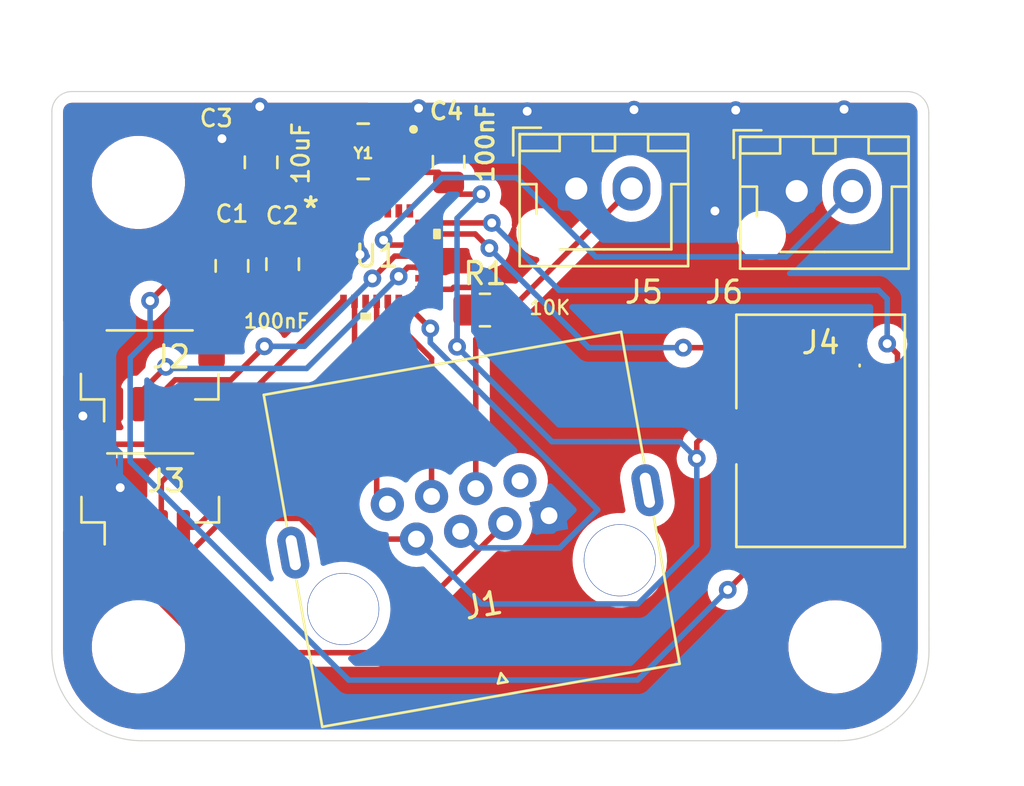
<source format=kicad_pcb>
(kicad_pcb (version 20211014) (generator pcbnew)
  (layers (0 "F.Cu" signal) (31 "B.Cu" signal) (34 "B.Paste" user) (35 "F.Paste" user) (36 "B.SilkS" user "B.Silkscreen") (37 "F.SilkS" user "F.Silkscreen") (38 "B.Mask" user) (39 "F.Mask" user) (44 "Edge.Cuts" user))
  (net 0 "")
  (net 1 "GND")
  (net 2 "+5V")
  (net 3 "+3V3")
  (net 4 "Other")
  (net 5 "JoyY")
  (net 6 "JoyX")
  (net 7 "Sound2")
  (net 8 "Sound1")
  (net 9 "AltReverseSwitch")
  (net 10 "DriveButton")
  (net 11 "ReverseSwitch")
  (net 13 "SDA")
  (net 14 "SCL")
  (net 15 "SensorSin")
  (net 16 "SensorCos")
  (net 17 "/RESET")
  (net 18 "SWDIO")
  (net 19 "SWCLK")
  (net 23 "OscillatorIn")
  (footprint "Capacitor_SMD:C_0805_2012Metric" (layer "F.Cu") (at 140.72974 93.27322 -90)
    (fp_text reference "C1" (at -2.35322 -0.00026 180) (layer "F.SilkS") (effects (font (size 0.762 0.762) (thickness 0.127))))
    (fp_text value "100nF" (at 2.49678 -2.01026) (layer "F.SilkS") (effects (font (size 0.635 0.635) (thickness 0.1143))))
    (fp_line (start -0.261252 -0.735) (end 0.261252 -0.735) (layer "F.SilkS") (width 0.12))
    (fp_line (start -0.261252 0.735) (end 0.261252 0.735) (layer "F.SilkS") (width 0.12))
    (pad "1" smd roundrect locked (at -0.95 0 270) (size 1 1.45) (layers "F.Cu" "F.Paste" "F.Mask") (net 17 "/RESET"))
    (pad "2" smd roundrect locked (at 0.95 0 270) (size 1 1.45) (layers "F.Cu" "F.Paste" "F.Mask") (net 1 "GND"))
  )
  (footprint "Capacitor_SMD:C_0805_2012Metric" (layer "F.Cu") (at 143.02336 93.19448 -90)
    (fp_text reference "C2" (at -2.19456 0.02032) (layer "F.SilkS") (effects (font (size 0.762 0.762) (thickness 0.127))))
    (fp_text value "100nF")
    (fp_line (start -0.261252 0.735) (end 0.261252 0.735) (layer "F.SilkS") (width 0.12))
    (fp_line (start -0.261252 -0.735) (end 0.261252 -0.735) (layer "F.SilkS") (width 0.12))
    (pad "1" smd roundrect locked (at -0.95 0 270) (size 1 1.45) (layers "F.Cu" "F.Paste" "F.Mask") (net 3 "+3V3"))
    (pad "2" smd roundrect locked (at 0.95 0 270) (size 1 1.45) (layers "F.Cu" "F.Paste" "F.Mask") (net 1 "GND"))
  )
  (footprint "Capacitor_SMD:C_0805_2012Metric" (layer "F.Cu") (at 142.048 88.58946 90)
    (fp_text reference "C3" (at 1.98946 -2.028) (layer "F.SilkS") (effects (font (size 0.762 0.762) (thickness 0.127))))
    (fp_text value "10uF" (at 0.40946 1.792 90) (layer "F.SilkS") (effects (font (size 0.762 0.762) (thickness 0.127))))
    (fp_line (start -0.261252 -0.735) (end 0.261252 -0.735) (layer "F.SilkS") (width 0.12))
    (fp_line (start -0.261252 0.735) (end 0.261252 0.735) (layer "F.SilkS") (width 0.12))
    (pad "1" smd roundrect locked (at -0.95 0 90) (size 1 1.45) (layers "F.Cu" "F.Paste" "F.Mask") (net 3 "+3V3"))
    (pad "2" smd roundrect locked (at 0.95 0 90) (size 1 1.45) (layers "F.Cu" "F.Paste" "F.Mask") (net 1 "GND"))
  )
  (footprint "Connector_JST:JST_SH_BM04B-SRSS-TB_1x04-1MP_P1.00mm_Vertical" (layer "F.Cu") (at 137.01 98.2)
    (fp_text reference "J2" (at 0.97028 -0.81026) (layer "F.SilkS"))
    (fp_text value "Conn_01x04_Male")
    (fp_line (start -3.11 -0.04) (end -3.11 1.11) (layer "F.SilkS") (width 0.12))
    (fp_line (start 3.11 1.11) (end 2.06 1.11) (layer "F.SilkS") (width 0.12))
    (fp_line (start -1.94 -2.01) (end 1.94 -2.01) (layer "F.SilkS") (width 0.12))
    (fp_line (start -2.06 1.11) (end -2.06 2.1) (layer "F.SilkS") (width 0.12))
    (fp_line (start -3.11 1.11) (end -2.06 1.11) (layer "F.SilkS") (width 0.12))
    (fp_line (start 3.11 -0.04) (end 3.11 1.11) (layer "F.SilkS") (width 0.12))
    (pad "1" smd roundrect locked (at -1.5 1.325) (size 0.6 1.55) (layers "F.Cu" "F.Paste" "F.Mask") (net 1 "GND"))
    (pad "2" smd roundrect locked (at -0.5 1.325) (size 0.6 1.55) (layers "F.Cu" "F.Paste" "F.Mask") (net 10 "DriveButton"))
    (pad "3" smd roundrect locked (at 0.5 1.325) (size 0.6 1.55) (layers "F.Cu" "F.Paste" "F.Mask") (net 9 "AltReverseSwitch"))
    (pad "4" smd roundrect locked (at 1.5 1.325) (size 0.6 1.55) (layers "F.Cu" "F.Paste" "F.Mask") (net 8 "Sound1"))
    (pad "MP" smd roundrect locked (at 2.8 -1.2) (size 1.2 1.8) (layers "F.Cu" "F.Paste" "F.Mask") (roundrect_rratio 0.2083325))
    (pad "MP" smd roundrect locked (at -2.8 -1.2) (size 1.2 1.8) (layers "F.Cu" "F.Paste" "F.Mask") (roundrect_rratio 0.2083325))
  )
  (footprint "Connector_JST:JST_SH_BM04B-SRSS-TB_1x04-1MP_P1.00mm_Vertical" (layer "F.Cu") (at 137.0354 103.7626)
    (fp_text reference "J3" (at 0.73152 -0.77216) (layer "F.SilkS"))
    (fp_text value "Conn_01x04_Male")
    (fp_line (start -3.11 1.11) (end -2.06 1.11) (layer "F.SilkS") (width 0.12))
    (fp_line (start -1.94 -2.01) (end 1.94 -2.01) (layer "F.SilkS") (width 0.12))
    (fp_line (start -2.06 1.11) (end -2.06 2.1) (layer "F.SilkS") (width 0.12))
    (fp_line (start 3.11 -0.04) (end 3.11 1.11) (layer "F.SilkS") (width 0.12))
    (fp_line (start 3.11 1.11) (end 2.06 1.11) (layer "F.SilkS") (width 0.12))
    (fp_line (start -3.11 -0.04) (end -3.11 1.11) (layer "F.SilkS") (width 0.12))
    (pad "1" smd roundrect locked (at -1.5 1.325) (size 0.6 1.55) (layers "F.Cu" "F.Paste" "F.Mask") (net 1 "GND"))
    (pad "2" smd roundrect locked (at -0.5 1.325) (size 0.6 1.55) (layers "F.Cu" "F.Paste" "F.Mask") (net 3 "+3V3"))
    (pad "3" smd roundrect locked (at 0.5 1.325) (size 0.6 1.55) (layers "F.Cu" "F.Paste" "F.Mask") (net 15 "SensorSin"))
    (pad "4" smd roundrect locked (at 1.5 1.325) (size 0.6 1.55) (layers "F.Cu" "F.Paste" "F.Mask") (net 16 "SensorCos"))
    (pad "MP" smd roundrect locked (at -2.8 -1.2) (size 1.2 1.8) (layers "F.Cu" "F.Paste" "F.Mask") (roundrect_rratio 0.2083325))
    (pad "MP" smd roundrect locked (at 2.8 -1.2) (size 1.2 1.8) (layers "F.Cu" "F.Paste" "F.Mask") (roundrect_rratio 0.2083325))
  )
  (footprint "Useful Modifications:RJ45_x08_Tab_Up" (layer "F.Cu") (at 151.97 108.77 10)
    (fp_text reference "J1" (at 0.1524 -0.13208 10) (layer "F.SilkS"))
    (fp_text value "8P8C")
    (fp_line (start -7.97306 -2.71018) (end -7.97494 4.02082) (layer "F.SilkS") (width 0.12))
    (fp_line (start -7.97494 -11.21918) (end -7.97494 -5.207) (layer "F.SilkS") (width 0.12))
    (fp_line (start 8.43506 -11.21918) (end 8.43506 -5.207) (layer "F.SilkS") (width 0.12))
    (fp_line (start -7.97494 -11.21918) (end 8.43506 -11.21918) (layer "F.SilkS") (width 0.12))
    (fp_line (start 0.40132 3.03784) (end 0.18796 3.46964) (layer "F.SilkS") (width 0.12))
    (fp_line (start 8.43694 -2.71018) (end 8.43506 4.02082) (layer "F.SilkS") (width 0.12))
    (fp_line (start 0.18796 3.46964) (end 0.62738 3.46964) (layer "F.SilkS") (width 0.12))
    (fp_line (start 0.62738 3.46964) (end 0.40132 3.03784) (layer "F.SilkS") (width 0.12))
    (fp_line (start -7.97494 4.02082) (end 8.43506 4.02082) (layer "F.SilkS") (width 0.12))
    (pad "" np_thru_hole circle locked (at 6.58168 -1.05918 190) (size 3.25 3.25) (drill 3.200001) (layers *.Cu *.Mask))
    (pad "" np_thru_hole circle locked (at -6.11832 -1.05918 190) (size 3.25 3.25) (drill 3.2) (layers *.Cu *.Mask))
    (pad "1" thru_hole rect locked (at 3.78098 -3.59918 10) (size 1.5 1.5) (drill 0.76) (layers *.Cu *.Mask) (net 1 "GND"))
    (pad "2" thru_hole circle locked (at 2.76098 -5.37918 10) (size 1.5 1.5) (drill 0.76) (layers *.Cu *.Mask) (net 2 "+5V"))
    (pad "3" thru_hole circle locked (at 1.75098 -3.59918 10) (size 1.5 1.5) (drill 0.76) (layers *.Cu *.Mask) (net 8 "Sound1"))
    (pad "4" thru_hole circle locked (at 0.73098 -5.37918 10) (size 1.5 1.5) (drill 0.76) (layers *.Cu *.Mask) (net 7 "Sound2"))
    (pad "5" thru_hole circle locked (at -0.27902 -3.59918 10) (size 1.5 1.5) (drill 0.76) (layers *.Cu *.Mask) (net 6 "JoyX"))
    (pad "6" thru_hole circle locked (at -1.29902 -5.37918 10) (size 1.5 1.5) (drill 0.76) (layers *.Cu *.Mask) (net 5 "JoyY"))
    (pad "7" thru_hole circle locked (at -2.30902 -3.59918 10) (size 1.5 1.5) (drill 0.76) (layers *.Cu *.Mask) (net 3 "+3V3"))
    (pad "8" thru_hole circle locked (at -3.32902 -5.37918 10) (size 1.5 1.5) (drill 0.76) (layers *.Cu *.Mask) (net 4 "Other"))
    (pad "9" thru_hole oval locked (at -7.89832 -3.96113 190) (size 1.259 2.362) (drill oval 0.5 1.6) (layers *.Cu *.Mask))
    (pad "10" thru_hole oval locked (at 8.36168 -3.96113 190) (size 1.259 2.362) (drill oval 0.5 1.6) (layers *.Cu *.Mask))
  )
  (footprint "Capacitor_SMD:C_0805_2012Metric" (layer "F.Cu") (at 150.52652 88.56406 -90)
    (fp_text reference "C4" (at -2.286 0.09652 180) (layer "F.SilkS") (effects (font (size 0.762 0.762))))
    (fp_text value "100nF" (at -0.84836 -1.66116 -90) (layer "F.SilkS") (effects (font (size 0.762 0.762))))
    (fp_line (start -0.258578 0.71) (end 0.258578 0.71) (layer "F.SilkS") (width 0.12))
    (fp_line (start -0.258578 -0.71) (end 0.258578 -0.71) (layer "F.SilkS") (width 0.12))
    (pad "1" smd roundrect locked (at -0.9375 0 270) (size 0.975 1.4) (layers "F.Cu" "F.Paste" "F.Mask") (net 1 "GND"))
    (pad "2" smd roundrect locked (at 0.9375 0 270) (size 0.975 1.4) (layers "F.Cu" "F.Paste" "F.Mask") (net 3 "+3V3"))
  )
  (footprint "Useful Modifications:OSC_ECS-3225MVQ-160-BP-TR" (layer "F.Cu") (at 146.66572 88.09162 180)
    (fp_text reference "Y1" (at -0.01016 -0.0889) (layer "F.SilkS") (effects (font (size 0.480527 0.480527))))
    (fp_text value "ECS-3225MVQ-160-BP-TR")
    (fp_line (start -0.25 -1.25) (end 0.25 -1.25) (layer "F.SilkS") (width 0.127))
    (fp_line (start -0.25 1.25) (end 0.25 1.25) (layer "F.SilkS") (width 0.127))
    (fp_circle (center -2.275 0.994) (end -2.175 0.994) (layer "F.SilkS") (width 0.2) (fill none))
    (pad "1" smd rect locked (at -1.15 0.95 180) (size 1.3 1.1) (layers "F.Cu" "F.Paste" "F.Mask"))
    (pad "2" smd rect locked (at 1.15 0.95 180) (size 1.3 1.1) (layers "F.Cu" "F.Paste" "F.Mask") (net 1 "GND"))
    (pad "3" smd rect locked (at 1.15 -0.95 180) (size 1.3 1.1) (layers "F.Cu" "F.Paste" "F.Mask") (net 23 "OscillatorIn"))
    (pad "4" smd rect locked (at -1.15 -0.95 180) (size 1.3 1.1) (layers "F.Cu" "F.Paste" "F.Mask") (net 3 "+3V3"))
  )
  (footprint "Useful Modifications:STM32G031G8U6" (layer "F.Cu") (at 147.27532 92.83126)
    (fp_text reference "U1" (at 0 0) (layer "F.SilkS"))
    (fp_text value "STM32G031F4Px")
    (fp_text user "*" (at -2.979674 -2.13233) (layer "F.SilkS"))
    (fp_text user "*" (at -2.979674 -2.13233) (layer "F.SilkS"))
    (fp_poly (pts (xy -0.69088 2.598674) (xy -0.69088 2.852674) (xy -0.30988 2.852674) (xy -0.30988 2.598674)) (layer "F.SilkS") (width 0.1) (fill solid))
    (fp_poly (pts (xy 2.852674 -1.19126) (xy 2.852674 -0.81026) (xy 2.598674 -0.81026) (xy 2.598674 -1.19126)) (layer "F.SilkS") (width 0.1) (fill solid))
    (pad "1" smd rect locked (at -2.0447 -1.50114 90) (size 0.299974 0.599948) (layers "F.Cu" "F.Paste" "F.Mask") (net 23 "OscillatorIn"))
    (pad "2" smd rect locked (at -2.0447 -1.00076 90) (size 0.299974 0.599948) (layers "F.Cu" "F.Paste" "F.Mask"))
    (pad "3" smd rect locked (at -2.0447 -0.50038 90) (size 0.299974 0.599948) (layers "F.Cu" "F.Paste" "F.Mask") (net 3 "+3V3"))
    (pad "4" smd rect locked (at -2.0447 0 90) (size 0.299974 0.599948) (layers "F.Cu" "F.Paste" "F.Mask") (net 1 "GND"))
    (pad "5" smd rect locked (at -2.0447 0.50038 90) (size 0.299974 0.599948) (layers "F.Cu" "F.Paste" "F.Mask") (net 17 "/RESET"))
    (pad "6" smd rect locked (at -2.0447 1.00076 90) (size 0.299974 0.599948) (layers "F.Cu" "F.Paste" "F.Mask"))
    (pad "7" smd rect locked (at -2.0447 1.50114 90) (size 0.299974 0.599948) (layers "F.Cu" "F.Paste" "F.Mask"))
    (pad "8" smd rect locked (at -1.50114 2.0447) (size 0.299974 0.599948) (layers "F.Cu" "F.Paste" "F.Mask") (net 15 "SensorSin"))
    (pad "9" smd rect locked (at -1.00076 2.0447) (size 0.299974 0.599948) (layers "F.Cu" "F.Paste" "F.Mask") (net 16 "SensorCos"))
    (pad "10" smd rect locked (at -0.50038 2.0447) (size 0.299974 0.599948) (layers "F.Cu" "F.Paste" "F.Mask"))
    (pad "11" smd rect locked (at 0 2.0447) (size 0.299974 0.599948) (layers "F.Cu" "F.Paste" "F.Mask") (net 4 "Other"))
    (pad "12" smd rect locked (at 0.50038 2.0447) (size 0.299974 0.599948) (layers "F.Cu" "F.Paste" "F.Mask") (net 5 "JoyY"))
    (pad "13" smd rect locked (at 1.00076 2.0447) (size 0.299974 0.599948) (layers "F.Cu" "F.Paste" "F.Mask"))
    (pad "14" smd rect locked (at 1.50114 2.0447) (size 0.299974 0.599948) (layers "F.Cu" "F.Paste" "F.Mask") (net 6 "JoyX"))
    (pad "15" smd rect locked (at 2.0447 1.50114 90) (size 0.299974 0.599948) (layers "F.Cu" "F.Paste" "F.Mask") (net 7 "Sound2"))
    (pad "16" smd rect locked (at 2.0447 1.00076 90) (size 0.299974 0.599948) (layers "F.Cu" "F.Paste" "F.Mask"))
    (pad "17" smd rect locked (at 2.0447 0.50038 90) (size 0.299974 0.599948) (layers "F.Cu" "F.Paste" "F.Mask") (net 10 "DriveButton"))
    (pad "18" smd rect locked (at 2.0447 0 90) (size 0.299974 0.599948) (layers "F.Cu" "F.Paste" "F.Mask") (net 9 "AltReverseSwitch"))
    (pad "19" smd rect locked (at 2.0447 -0.50038 90) (size 0.299974 0.599948) (layers "F.Cu" "F.Paste" "F.Mask") (net 11 "ReverseSwitch"))
    (pad "20" smd rect locked (at 2.0447 -1.00076 90) (size 0.299974 0.599948) (layers "F.Cu" "F.Paste" "F.Mask") (net 18 "SWDIO"))
    (pad "21" smd rect locked (at 2.0447 -1.50114 90) (size 0.299974 0.599948) (layers "F.Cu" "F.Paste" "F.Mask") (net 19 "SWCLK"))
    (pad "22" smd rect locked (at 1.50114 -2.0447) (size 0.299974 0.599948) (layers "F.Cu" "F.Paste" "F.Mask"))
    (pad "23" smd rect locked (at 1.00076 -2.0447) (size 0.299974 0.599948) (layers "F.Cu" "F.Paste" "F.Mask"))
    (pad "24" smd rect locked (at 0.50038 -2.0447) (size 0.299974 0.599948) (layers "F.Cu" "F.Paste" "F.Mask"))
    (pad "25" smd rect locked (at 0 -2.0447) (size 0.299974 0.599948) (layers "F.Cu" "F.Paste" "F.Mask"))
    (pad "26" smd rect locked (at -0.50038 -2.0447) (size 0.299974 0.599948) (layers "F.Cu" "F.Paste" "F.Mask") (net 14 "SCL"))
    (pad "27" smd rect locked (at -1.00076 -2.0447) (size 0.299974 0.599948) (layers "F.Cu" "F.Paste" "F.Mask") (net 13 "SDA"))
    (pad "28" smd rect locked (at -1.50114 -2.0447) (size 0.299974 0.599948) (layers "F.Cu" "F.Paste" "F.Mask"))
  )
  (footprint "Connector_JST:JST_XH_B2B-XH-AM_1x02_P2.50mm_Vertical" (layer "F.Cu") (at 166.27 89.89)
    (fp_text reference "J6" (at -3.28 4.57) (layer "F.SilkS"))
    (fp_text value "Conn_01x02_Male")
    (fp_line (start 5.06 3.51) (end 5.06 -2.46) (layer "F.SilkS") (width 0.12))
    (fp_line (start 4.3 -0.2) (end 4.3 2.75) (layer "F.SilkS") (width 0.12))
    (fp_line (start 5.06 -2.46) (end -2.56 -2.46) (layer "F.SilkS") (width 0.12))
    (fp_line (start -2.55 -1.7) (end -0.75 -1.7) (layer "F.SilkS") (width 0.12))
    (fp_line (start 0.75 -1.7) (end 1.75 -1.7) (layer "F.SilkS") (width 0.12))
    (fp_line (start -2.85 -2.75) (end -2.85 -1.5) (layer "F.SilkS") (width 0.12))
    (fp_line (start 4.3 2.75) (end 1.25 2.75) (layer "F.SilkS") (width 0.12))
    (fp_line (start 5.05 -1.7) (end 5.05 -2.45) (layer "F.SilkS") (width 0.12))
    (fp_line (start 5.05 -0.2) (end 4.3 -0.2) (layer "F.SilkS") (width 0.12))
    (fp_line (start 1.25 2.75) (end -0.74 2.75) (layer "F.SilkS") (width 0.12))
    (fp_line (start -0.75 -2.45) (end -2.55 -2.45) (layer "F.SilkS") (width 0.12))
    (fp_line (start 0.75 -2.45) (end 0.75 -1.7) (layer "F.SilkS") (width 0.12))
    (fp_line (start -2.56 3.51) (end 5.06 3.51) (layer "F.SilkS") (width 0.12))
    (fp_line (start -2.55 -2.45) (end -2.55 -1.7) (layer "F.SilkS") (width 0.12))
    (fp_line (start -1.6 -2.75) (end -2.85 -2.75) (layer "F.SilkS") (width 0.12))
    (fp_line (start 3.25 -2.45) (end 3.25 -1.7) (layer "F.SilkS") (width 0.12))
    (fp_line (start 1.75 -1.7) (end 1.75 -2.45) (layer "F.SilkS") (width 0.12))
    (fp_line (start -2.56 -2.46) (end -2.56 3.51) (layer "F.SilkS") (width 0.12))
    (fp_line (start -1.8 -0.2) (end -1.8 1.14) (layer "F.SilkS") (width 0.12))
    (fp_line (start 3.25 -1.7) (end 5.05 -1.7) (layer "F.SilkS") (width 0.12))
    (fp_line (start 1.75 -2.45) (end 0.75 -2.45) (layer "F.SilkS") (width 0.12))
    (fp_line (start 5.05 -2.45) (end 3.25 -2.45) (layer "F.SilkS") (width 0.12))
    (fp_line (start -2.55 -0.2) (end -1.8 -0.2) (layer "F.SilkS") (width 0.12))
    (fp_line (start -0.75 -1.7) (end -0.75 -2.45) (layer "F.SilkS") (width 0.12))
    (pad "" np_thru_hole circle locked (at -1.6 2) (size 1.2 1.2) (drill 1.2) (layers *.Cu *.Mask))
    (pad "1" thru_hole roundrect locked (at 0 0) (size 1.7 2) (drill 1) (layers *.Cu *.Mask) (roundrect_rratio 0.147059) (net 1 "GND"))
    (pad "2" thru_hole oval locked (at 2.5 0) (size 1.7 2) (drill 1) (layers *.Cu *.Mask) (net 11 "ReverseSwitch"))
  )
  (footprint "Useful Modifications:JTAG_SWD_SMD" (layer "F.Cu") (at 167.35 100.98)
    (fp_text reference "J4" (at 0 -4.235) (layer "F.SilkS"))
    (fp_text value "Conn_ARM_JTAG_SWD_10")
    (fp_line (start -3.81 5) (end 3.81 5) (layer "F.SilkS") (width 0.12))
    (fp_line (start 1.765 -3.235) (end 1.765 -3.17) (layer "F.SilkS") (width 0.12))
    (fp_line (start -3.81 -5.5) (end 3.81 -5.5) (layer "F.SilkS") (width 0.12))
    (fp_line (start -3.81 5) (end -3.81 1.27) (layer "F.SilkS") (width 0.12))
    (fp_line (start -3.81 -5.5) (end -3.81 -1.27) (layer "F.SilkS") (width 0.12))
    (fp_line (start 3.81 -5.5) (end 3.81 5) (layer "F.SilkS") (width 0.12))
    (pad "1" smd rect locked (at -1.95 -2.54) (size 2.4 0.74) (layers "F.Cu" "F.Paste" "F.Mask") (net 3 "+3V3"))
    (pad "2" smd rect locked (at 1.95 -2.54) (size 2.4 0.74) (layers "F.Cu" "F.Paste" "F.Mask") (net 18 "SWDIO"))
    (pad "3" smd rect locked (at -1.95 -1.27) (size 2.4 0.74) (layers "F.Cu" "F.Paste" "F.Mask") (net 1 "GND"))
    (pad "4" smd rect locked (at 1.95 -1.27) (size 2.4 0.74) (layers "F.Cu" "F.Paste" "F.Mask") (net 19 "SWCLK"))
    (pad "5" smd rect locked (at -1.95 0) (size 2.4 0.74) (layers "F.Cu" "F.Paste" "F.Mask") (net 1 "GND"))
    (pad "6" smd rect locked (at 1.95 0) (size 2.4 0.74) (layers "F.Cu" "F.Paste" "F.Mask"))
    (pad "7" smd rect locked (at -1.95 1.27) (size 2.4 0.74) (layers "F.Cu" "F.Paste" "F.Mask"))
    (pad "8" smd rect locked (at 1.95 1.27) (size 2.4 0.74) (layers "F.Cu" "F.Paste" "F.Mask"))
    (pad "9" smd rect locked (at -1.95 2.54) (size 2.4 0.74) (layers "F.Cu" "F.Paste" "F.Mask") (net 1 "GND"))
    (pad "10" smd rect locked (at 1.95 2.54) (size 2.4 0.74) (layers "F.Cu" "F.Paste" "F.Mask") (net 17 "/RESET"))
  )
  (footprint "Resistor_SMD:R_0805_2012Metric" (layer "F.Cu") (at 152.17 95.27)
    (fp_text reference "R1" (at 0 -1.65) (layer "F.SilkS"))
    (fp_text value "10K" (at 2.93 -0.11) (layer "F.SilkS") (effects (font (size 0.635 0.635) (thickness 0.11))))
    (fp_line (start -0.227064 0.735) (end 0.227064 0.735) (layer "F.SilkS") (width 0.12))
    (fp_line (start -0.227064 -0.735) (end 0.227064 -0.735) (layer "F.SilkS") (width 0.12))
    (pad "1" smd roundrect locked (at -0.9125 0) (size 1.025 1.4) (layers "F.Cu" "F.Paste" "F.Mask") (roundrect_rratio 0.243902) (net 3 "+3V3"))
    (pad "2" smd roundrect locked (at 0.9125 0) (size 1.025 1.4) (layers "F.Cu" "F.Paste" "F.Mask") (roundrect_rratio 0.243902) (net 7 "Sound2"))
  )
  (footprint "MountingHole:MountingHole_3.2mm_M3" (layer "F.Cu") (at 136.5 110.5)
    (fp_text reference "H1")
    (fp_text value "MountingHole")
    (pad "" np_thru_hole circle locked (at 0 0) (size 3.2 3.2) (drill 3.2) (layers *.Cu *.Mask))
  )
  (footprint "Connector_JST:JST_XH_B2B-XH-AM_1x02_P2.50mm_Vertical" (layer "F.Cu") (at 156.3 89.775)
    (fp_text reference "J5" (at 3.06 4.685) (layer "F.SilkS"))
    (fp_text value "Conn_01x02_Male")
    (fp_line (start -0.75 -2.45) (end -2.55 -2.45) (layer "F.SilkS") (width 0.12))
    (fp_line (start -2.56 3.51) (end 5.06 3.51) (layer "F.SilkS") (width 0.12))
    (fp_line (start 4.3 -0.2) (end 4.3 2.75) (layer "F.SilkS") (width 0.12))
    (fp_line (start -1.6 -2.75) (end -2.85 -2.75) (layer "F.SilkS") (width 0.12))
    (fp_line (start -2.56 -2.46) (end -2.56 3.51) (layer "F.SilkS") (width 0.12))
    (fp_line (start -1.8 -0.2) (end -1.8 1.14) (layer "F.SilkS") (width 0.12))
    (fp_line (start 1.75 -2.45) (end 0.75 -2.45) (layer "F.SilkS") (width 0.12))
    (fp_line (start -2.55 -0.2) (end -1.8 -0.2) (layer "F.SilkS") (width 0.12))
    (fp_line (start 1.25 2.75) (end -0.74 2.75) (layer "F.SilkS") (width 0.12))
    (fp_line (start 5.05 -1.7) (end 5.05 -2.45) (layer "F.SilkS") (width 0.12))
    (fp_line (start 3.25 -2.45) (end 3.25 -1.7) (layer "F.SilkS") (width 0.12))
    (fp_line (start 1.75 -1.7) (end 1.75 -2.45) (layer "F.SilkS") (width 0.12))
    (fp_line (start -2.55 -1.7) (end -0.75 -1.7) (layer "F.SilkS") (width 0.12))
    (fp_line (start -2.55 -2.45) (end -2.55 -1.7) (layer "F.SilkS") (width 0.12))
    (fp_line (start 5.06 -2.46) (end -2.56 -2.46) (layer "F.SilkS") (width 0.12))
    (fp_line (start -2.85 -2.75) (end -2.85 -1.5) (layer "F.SilkS") (width 0.12))
    (fp_line (start 4.3 2.75) (end 1.25 2.75) (layer "F.SilkS") (width 0.12))
    (fp_line (start 5.06 3.51) (end 5.06 -2.46) (layer "F.SilkS") (width 0.12))
    (fp_line (start 5.05 -0.2) (end 4.3 -0.2) (layer "F.SilkS") (width 0.12))
    (fp_line (start 5.05 -2.45) (end 3.25 -2.45) (layer "F.SilkS") (width 0.12))
    (fp_line (start 3.25 -1.7) (end 5.05 -1.7) (layer "F.SilkS") (width 0.12))
    (fp_line (start 0.75 -2.45) (end 0.75 -1.7) (layer "F.SilkS") (width 0.12))
    (fp_line (start -0.75 -1.7) (end -0.75 -2.45) (layer "F.SilkS") (width 0.12))
    (fp_line (start 0.75 -1.7) (end 1.75 -1.7) (layer "F.SilkS") (width 0.12))
    (pad "" np_thru_hole circle locked (at -1.6 2) (size 1.2 1.2) (drill 1.2) (layers *.Cu *.Mask))
    (pad "1" thru_hole roundrect locked (at 0 0) (size 1.7 2) (drill 1) (layers *.Cu *.Mask) (roundrect_rratio 0.147059) (net 1 "GND"))
    (pad "2" thru_hole oval locked (at 2.5 0) (size 1.7 2) (drill 1) (layers *.Cu *.Mask) (net 7 "Sound2"))
  )
  (footprint "MountingHole:MountingHole_3.2mm_M3" (layer "F.Cu") (at 168 110.5)
    (fp_text reference "H2")
    (fp_text value "MountingHole")
    (pad "" np_thru_hole circle locked (at 0 0) (size 3.2 3.2) (drill 3.2) (layers *.Cu *.Mask))
  )
  (footprint "MountingHole:MountingHole_3.2mm_M3" (layer "F.Cu") (at 136.5 89.5)
    (fp_text reference "H3")
    (fp_text value "MountingHole")
    (pad "" np_thru_hole circle locked (at 0 0) (size 3.2 3.2) (drill 3.2) (layers *.Cu *.Mask))
  )
  (gr_arc (start 136.652 114.7445) (mid 133.778318 113.554182) (end 132.588 110.6805) (layer "Edge.Cuts") (width 0.05))
  (gr_line (start 172.23994 86.36) (end 172.250164 110.6678) (layer "Edge.Cuts") (width 0.05))
  (gr_line (start 132.588 110.6805) (end 132.588 86.296602) (layer "Edge.Cuts") (width 0.05))
  (gr_arc (start 171.279873 85.389743) (mid 171.960853 85.676035) (end 172.23994 86.36) (layer "Edge.Cuts") (width 0.05))
  (gr_arc (start 172.250164 110.6678) (mid 171.049621 113.558389) (end 168.15308 114.7445) (layer "Edge.Cuts") (width 0.05))
  (gr_line (start 171.27982 85.38972) (end 133.489685 85.38972) (layer "Edge.Cuts") (width 0.05))
  (gr_arc (start 132.588 86.296602) (mid 132.850257 85.655657) (end 133.489685 85.38972) (layer "Edge.Cuts") (width 0.05))
  (gr_line (start 168.15308 114.7445) (end 136.652 114.7445) (layer "Edge.Cuts") (width 0.05))
  (segment (start 146.44874 92.83126) (end 146.52 92.76) (width 0.25) (layer "F.Cu") (net 1))
  (segment (start 135.68 103.3) (end 135.68 104.943) (width 0.25) (layer "F.Cu") (net 1))
  (segment (start 140.72974 94.22322) (end 138.94678 94.22322) (width 0.25) (layer "F.Cu") (net 1))
  (segment (start 144.33658 92.83126) (end 145.23062 92.83126) (width 0.25) (layer "F.Cu") (net 1))
  (segment (start 143.02336 94.14448) (end 144.33658 92.83126) (width 0.25) (layer "F.Cu") (net 1))
  (segment (start 135.51 97.66) (end 135.51 99.525) (width 0.25) (layer "F.Cu") (net 1))
  (segment (start 134.525 99.525) (end 133.99 100.06) (width 0.25) (layer "F.Cu") (net 1))
  (segment (start 135.68 104.943) (end 135.5354 105.0876) (width 0.25) (layer "F.Cu") (net 1))
  (segment (start 135.51 99.525) (end 134.525 99.525) (width 0.25) (layer "F.Cu") (net 1))
  (segment (start 138.94678 94.22322) (end 135.51 97.66) (width 0.25) (layer "F.Cu") (net 1))
  (segment (start 145.23062 92.83126) (end 146.44874 92.83126) (width 0.25) (layer "F.Cu") (net 1))
  (via (at 154.08 86.28) (size 0.8) (drill 0.4) (layers "F.Cu" "B.Cu") (net 1))
  (via (at 146.52 92.76) (size 0.8) (drill 0.4) (layers "F.Cu" "B.Cu") (net 1))
  (via (at 141.99 86.07) (size 0.8) (drill 0.4) (layers "F.Cu" "B.Cu") (net 1))
  (via (at 158.91 86.21) (size 0.8) (drill 0.4) (layers "F.Cu" "B.Cu") (net 1))
  (via (at 163.51 86.23) (size 0.8) (drill 0.4) (layers "F.Cu" "B.Cu") (net 1))
  (via (at 168.41 86.19) (size 0.8) (drill 0.4) (layers "F.Cu" "B.Cu") (net 1))
  (via (at 140.28 87.52) (size 0.8) (drill 0.4) (layers "F.Cu" "B.Cu") (net 1))
  (via (at 135.68 103.3) (size 0.8) (drill 0.4) (layers "F.Cu" "B.Cu") (net 1))
  (via (at 162.57 90.79) (size 0.8) (drill 0.4) (layers "F.Cu" "B.Cu") (net 1))
  (via (at 133.99 100.06) (size 0.8) (drill 0.4) (layers "F.Cu" "B.Cu") (net 1))
  (via (at 149.17 86.14) (size 0.8) (drill 0.4) (layers "F.Cu" "B.Cu") (net 1))
  (segment (start 135.68 101.75) (end 135.68 103.3) (width 0.25) (layer "B.Cu") (net 1))
  (segment (start 133.99 100.06) (end 135.68 101.75) (width 0.25) (layer "B.Cu") (net 1))
  (segment (start 161.75 101.26) (end 164.57 98.44) (width 0.25) (layer "F.Cu") (net 3))
  (segment (start 150.06658 89.04162) (end 150.52652 89.50156) (width 0.25) (layer "F.Cu") (net 3))
  (segment (start 144.12 88.06) (end 146.84 88.06) (width 0.25) (layer "F.Cu") (net 3))
  (segment (start 144.762798 105.626457) (end 143.825651 104.68931) (width 0.25) (layer "F.Cu") (net 3))
  (segment (start 146.84 88.06) (end 147.81572 89.03572) (width 0.25) (layer "F.Cu") (net 3))
  (segment (start 164.57 98.44) (end 165.4 98.44) (width 0.25) (layer "F.Cu") (net 3))
  (segment (start 161.75 101.98) (end 161.75 101.26) (width 0.25) (layer "F.Cu") (net 3))
  (segment (start 147.81572 89.04162) (end 150.06658 89.04162) (width 0.25) (layer "F.Cu") (net 3))
  (segment (start 143.10976 92.33088) (end 143.02336 92.24448) (width 0.25) (layer "F.Cu") (net 3))
  (segment (start 140.379762 104.68931) (end 138.879072 106.19) (width 0.25) (layer "F.Cu") (net 3))
  (segment (start 142.64054 89.53946) (end 144.12 88.06) (width 0.25) (layer "F.Cu") (net 3))
  (segment (start 145.23062 92.33088) (end 143.10976 92.33088) (width 0.25) (layer "F.Cu") (net 3))
  (segment (start 143.825651 104.68931) (end 140.379762 104.68931) (width 0.25) (layer "F.Cu") (net 3))
  (segment (start 143.02336 92.24448) (end 143.02336 90.51482) (width 0.25) (layer "F.Cu") (net 3))
  (segment (start 143.02336 90.51482) (end 142.048 89.53946) (width 0.25) (layer "F.Cu") (net 3))
  (segment (start 136.5354 105.8754) (end 136.5354 105.0876) (width 0.25) (layer "F.Cu") (net 3))
  (segment (start 151.05496 90.03) (end 150.52652 89.50156) (width 0.25) (layer "F.Cu") (net 3))
  (segment (start 150.91 96.93) (end 150.91 95.6175) (width 0.25) (layer "F.Cu") (net 3))
  (segment (start 142.048 89.53946) (end 142.64054 89.53946) (width 0.25) (layer "F.Cu") (net 3))
  (segment (start 136.85 106.19) (end 136.5354 105.8754) (width 0.25) (layer "F.Cu") (net 3))
  (segment (start 147.81572 89.03572) (end 147.81572 89.04162) (width 0.25) (layer "F.Cu") (net 3))
  (segment (start 150.91 95.6175) (end 151.2575 95.27) (width 0.25) (layer "F.Cu") (net 3))
  (segment (start 138.879072 106.19) (end 136.85 106.19) (width 0.25) (layer "F.Cu") (net 3))
  (segment (start 152 90.03) (end 151.05496 90.03) (width 0.25) (layer "F.Cu") (net 3))
  (segment (start 149.071068 105.626457) (end 144.762798 105.626457) (width 0.25) (layer "F.Cu") (net 3))
  (via (at 161.75 101.98) (size 0.8) (drill 0.4) (layers "F.Cu" "B.Cu") (net 3))
  (via (at 152 90.03) (size 0.8) (drill 0.4) (layers "F.Cu" "B.Cu") (net 3))
  (via (at 150.91 96.93) (size 0.8) (drill 0.4) (layers "F.Cu" "B.Cu") (net 3))
  (segment (start 161.75 101.98) (end 160.99 101.22) (width 0.25) (layer "B.Cu") (net 3))
  (segment (start 157.83 101.22) (end 155.2 101.22) (width 0.25) (layer "B.Cu") (net 3))
  (segment (start 161.75 105.894175) (end 161.75 101.98) (width 0.25) (layer "B.Cu") (net 3))
  (segment (start 159.085639 108.558536) (end 161.75 105.894175) (width 0.25) (layer "B.Cu") (net 3))
  (segment (start 150.91 91.12) (end 152 90.03) (width 0.25) (layer "B.Cu") (net 3))
  (segment (start 150.91 96.93) (end 150.91 91.12) (width 0.25) (layer "B.Cu") (net 3))
  (segment (start 155.2 101.22) (end 150.91 96.93) (width 0.25) (layer "B.Cu") (net 3))
  (segment (start 160.99 101.22) (end 157.83 101.22) (width 0.25) (layer "B.Cu") (net 3))
  (segment (start 149.071068 105.626457) (end 152.003147 108.558536) (width 0.25) (layer "B.Cu") (net 3))
  (segment (start 152.003147 108.558536) (end 159.085639 108.558536) (width 0.25) (layer "B.Cu") (net 3))
  (segment (start 147.27532 103.56847) (end 147.75747 104.05062) (width 0.25) (layer "F.Cu") (net 4))
  (segment (start 147.27532 94.87596) (end 147.27532 103.56847) (width 0.25) (layer "F.Cu") (net 4))
  (segment (start 147.7757 94.87596) (end 147.7757 95.474563) (width 0.25) (layer "F.Cu") (net 5))
  (segment (start 149.75663 97.455493) (end 149.75663 103.698114) (width 0.25) (layer "F.Cu") (net 5))
  (segment (start 147.7757 95.474563) (end 149.75663 97.455493) (width 0.25) (layer "F.Cu") (net 5))
  (segment (start 148.77646 95.17646) (end 149.7 96.1) (width 0.25) (layer "F.Cu") (net 6))
  (segment (start 148.77646 94.87596) (end 148.77646 95.17646) (width 0.25) (layer "F.Cu") (net 6))
  (via (at 149.7 96.1) (size 0.8) (drill 0.4) (layers "F.Cu" "B.Cu") (net 6))
  (segment (start 149.7 96.7446) (end 150.609901 97.654501) (width 0.25) (layer "B.Cu") (net 6))
  (segment (start 149.7 96.1) (end 149.7 96.7446) (width 0.25) (layer "B.Cu") (net 6))
  (segment (start 150.609901 97.654501) (end 150.619157 97.654501) (width 0.25) (layer "B.Cu") (net 6))
  (segment (start 150.619157 97.654501) (end 157.269147 104.304491) (width 0.25) (layer "B.Cu") (net 6))
  (segment (start 157.269147 104.304491) (end 155.549687 106.023951) (width 0.25) (layer "B.Cu") (net 6))
  (segment (start 151.820228 106.023951) (end 151.070228 105.273951) (width 0.25) (layer "B.Cu") (net 6))
  (segment (start 155.549687 106.023951) (end 151.820228 106.023951) (width 0.25) (layer "B.Cu") (net 6))
  (segment (start 151.75579 96.59671) (end 153.0825 95.27) (width 0.25) (layer "F.Cu") (net 7))
  (segment (start 150.670107 94.3324) (end 150.757027 94.24548) (width 0.25) (layer "F.Cu") (net 7))
  (segment (start 153.305 95.27) (end 158.8 89.775) (width 0.25) (layer "F.Cu") (net 7))
  (segment (start 149.32002 94.3324) (end 150.670107 94.3324) (width 0.25) (layer "F.Cu") (net 7))
  (segment (start 150.757027 94.24548) (end 152.05798 94.24548) (width 0.25) (layer "F.Cu") (net 7))
  (segment (start 151.75579 103.345608) (end 151.75579 96.59671) (width 0.25) (layer "F.Cu") (net 7))
  (segment (start 152.05798 94.24548) (end 153.0825 95.27) (width 0.25) (layer "F.Cu") (net 7))
  (segment (start 153.0825 95.27) (end 153.305 95.27) (width 0.25) (layer "F.Cu") (net 7))
  (segment (start 133.60192 101.33808) (end 133.31088 101.62912) (width 0.25) (layer "F.Cu") (net 8))
  (segment (start 133.31088 101.62912) (end 133.31088 104.32088) (width 0.25) (layer "F.Cu") (net 8))
  (segment (start 133.31088 104.32088) (end 139.753867 110.763867) (width 0.25) (layer "F.Cu") (net 8))
  (segment (start 137.142992 101.33808) (end 133.60192 101.33808) (width 0.25) (layer "F.Cu") (net 8))
  (segment (start 138.51 99.525) (end 138.51 99.971072) (width 0.25) (layer "F.Cu") (net 8))
  (segment (start 138.51 99.971072) (end 137.142992 101.33808) (width 0.25) (layer "F.Cu") (net 8))
  (segment (start 139.753867 110.763867) (end 147.226966 110.763867) (width 0.25) (layer "F.Cu") (net 8))
  (segment (start 147.226966 110.763867) (end 153.069388 104.921445) (width 0.25) (layer "F.Cu") (net 8))
  (segment (start 138.163448 98.42548) (end 140.68452 98.42548) (width 0.25) (layer "F.Cu") (net 9))
  (segment (start 148.08874 92.83126) (end 149.32002 92.83126) (width 0.25) (layer "F.Cu") (net 9))
  (segment (start 137.51 99.078928) (end 138.163448 98.42548) (width 0.25) (layer "F.Cu") (net 9))
  (segment (start 147.08 93.84) (end 148.08874 92.83126) (width 0.25) (layer "F.Cu") (net 9))
  (segment (start 140.68452 98.42548) (end 142.2 96.91) (width 0.25) (layer "F.Cu") (net 9))
  (segment (start 137.51 99.525) (end 137.51 99.078928) (width 0.25) (layer "F.Cu") (net 9))
  (via (at 142.2 96.91) (size 0.8) (drill 0.4) (layers "F.Cu" "B.Cu") (net 9))
  (via (at 147.08 93.84) (size 0.8) (drill 0.4) (layers "F.Cu" "B.Cu") (net 9))
  (segment (start 142.2 96.91) (end 144.01 96.91) (width 0.25) (layer "B.Cu") (net 9))
  (segment (start 144.01 96.91) (end 147.08 93.84) (width 0.25) (layer "B.Cu") (net 9))
  (segment (start 148.68836 93.33164) (end 149.32002 93.33164) (width 0.25) (layer "F.Cu") (net 10))
  (segment (start 136.51 99.078928) (end 137.738395 97.850533) (width 0.25) (layer "F.Cu") (net 10))
  (segment (start 148.27 93.75) (end 148.68836 93.33164) (width 0.25) (layer "F.Cu") (net 10))
  (segment (start 136.51 99.525) (end 136.51 99.078928) (width 0.25) (layer "F.Cu") (net 10))
  (segment (start 137.738395 97.850533) (end 137.738395 97.838768) (width 0.25) (layer "F.Cu") (net 10))
  (via (at 137.738395 97.838768) (size 0.8) (drill 0.4) (layers "F.Cu" "B.Cu") (net 10))
  (via (at 148.27 93.75) (size 0.8) (drill 0.4) (layers "F.Cu" "B.Cu") (net 10))
  (segment (start 144.11 97.91) (end 137.809627 97.91) (width 0.25) (layer "B.Cu") (net 10))
  (segment (start 148.27 93.75) (end 144.11 97.91) (width 0.25) (layer "B.Cu") (net 10))
  (segment (start 137.809627 97.91) (end 137.738395 97.838768) (width 0.25) (layer "B.Cu") (net 10))
  (segment (start 147.81088 92.33088) (end 147.59 92.11) (width 0.25) (layer "F.Cu") (net 11))
  (segment (start 149.32002 92.33088) (end 147.81088 92.33088) (width 0.25) (layer "F.Cu") (net 11))
  (via (at 147.59 92.11) (size 0.8) (drill 0.4) (layers "F.Cu" "B.Cu") (net 11))
  (segment (start 157.184521 92.864521) (end 165.795479 92.864521) (width 0.25) (layer "B.Cu") (net 11))
  (segment (start 147.59 92.11) (end 147.59 91.91) (width 0.25) (layer "B.Cu") (net 11))
  (segment (start 150.22 89.28) (end 153.6 89.28) (width 0.25) (layer "B.Cu") (net 11))
  (segment (start 153.6 89.28) (end 157.184521 92.864521) (width 0.25) (layer "B.Cu") (net 11))
  (segment (start 165.795479 92.864521) (end 168.77 89.89) (width 0.25) (layer "B.Cu") (net 11))
  (segment (start 147.59 91.91) (end 150.22 89.28) (width 0.25) (layer "B.Cu") (net 11))
  (segment (start 137.5354 105.0876) (end 137.5354 103.050106) (width 0.25) (layer "F.Cu") (net 15))
  (segment (start 145.709546 94.87596) (end 145.77418 94.87596) (width 0.25) (layer "F.Cu") (net 15))
  (segment (start 137.5354 103.050106) (end 145.709546 94.87596) (width 0.25) (layer "F.Cu") (net 15))
  (segment (start 139.122894 105.0876) (end 146.27456 97.935934) (width 0.25) (layer "F.Cu") (net 16))
  (segment (start 146.27456 97.935934) (end 146.27456 94.87596) (width 0.25) (layer "F.Cu") (net 16))
  (segment (start 138.5354 105.0876) (end 139.122894 105.0876) (width 0.25) (layer "F.Cu") (net 16))
  (segment (start 144.632017 93.33164) (end 145.23062 93.33164) (width 0.25) (layer "F.Cu") (net 17))
  (segment (start 144.606135 93.357522) (end 144.632017 93.33164) (width 0.25) (layer "F.Cu") (net 17))
  (segment (start 163.15 107.92) (end 167.55 103.52) (width 0.25) (layer "F.Cu") (net 17))
  (segment (start 141.97384 94.632453) (end 142.310387 94.969) (width 0.25) (layer "F.Cu") (net 17))
  (segment (start 140.72974 92.32322) (end 139.55678 92.32322) (width 0.25) (layer "F.Cu") (net 17))
  (segment (start 144.606135 94.103865) (end 144.606135 93.357522) (width 0.25) (layer "F.Cu") (net 17))
  (segment (start 167.55 103.52) (end 169.3 103.52) (width 0.25) (layer "F.Cu") (net 17))
  (segment (start 142.310387 94.969) (end 143.741 94.969) (width 0.25) (layer "F.Cu") (net 17))
  (segment (start 140.72974 92.32322) (end 141.97384 93.56732) (width 0.25) (layer "F.Cu") (net 17))
  (segment (start 139.55678 92.32322) (end 137.03 94.85) (width 0.25) (layer "F.Cu") (net 17))
  (segment (start 143.741 94.969) (end 144.606135 94.103865) (width 0.25) (layer "F.Cu") (net 17))
  (segment (start 141.97384 93.56732) (end 141.97384 94.632453) (width 0.25) (layer "F.Cu") (net 17))
  (via (at 137.03 94.85) (size 0.8) (drill 0.4) (layers "F.Cu" "B.Cu") (net 17))
  (via (at 163.15 107.92) (size 0.8) (drill 0.4) (layers "F.Cu" "B.Cu") (net 17))
  (segment (start 137.03 96.52) (end 136.129511 97.420489) (width 0.25) (layer "B.Cu") (net 17))
  (segment (start 146.01 112) (end 159.07 112) (width 0.25) (layer "B.Cu") (net 17))
  (segment (start 159.07 112) (end 163.15 107.92) (width 0.25) (layer "B.Cu") (net 17))
  (segment (start 136.129511 97.420489) (end 136.129511 102.119511) (width 0.25) (layer "B.Cu") (net 17))
  (segment (start 136.129511 102.119511) (end 146.01 112) (width 0.25) (layer "B.Cu") (net 17))
  (segment (start 137.03 94.85) (end 137.03 96.52) (width 0.25) (layer "B.Cu") (net 17))
  (segment (start 151.7305 91.8305) (end 152.37 92.47) (width 0.25) (layer "F.Cu") (net 18))
  (segment (start 167.83 96.97) (end 169.3 98.44) (width 0.25) (layer "F.Cu") (net 18))
  (segment (start 161.14 96.97) (end 167.83 96.97) (width 0.25) (layer "F.Cu") (net 18))
  (segment (start 149.32002 91.8305) (end 151.7305 91.8305) (width 0.25) (layer "F.Cu") (net 18))
  (via (at 161.14 96.97) (size 0.8) (drill 0.4) (layers "F.Cu" "B.Cu") (net 18))
  (via (at 152.37 92.47) (size 0.8) (drill 0.4) (layers "F.Cu" "B.Cu") (net 18))
  (segment (start 152.37 92.47) (end 156.87 96.97) (width 0.25) (layer "B.Cu") (net 18))
  (segment (start 156.87 96.97) (end 161.14 96.97) (width 0.25) (layer "B.Cu") (net 18))
  (segment (start 170.249022 99.71) (end 169.3 99.71) (width 0.25) (layer "F.Cu") (net 19))
  (segment (start 170.824511 99.134511) (end 170.249022 99.71) (width 0.25) (layer "F.Cu") (net 19))
  (segment (start 149.32002 91.33012) (end 152.47988 91.33012) (width 0.25) (layer "F.Cu") (net 19))
  (segment (start 152.47988 91.33012) (end 152.48 91.33) (width 0.25) (layer "F.Cu") (net 19))
  (segment (start 170.36 96.79) (end 170.824511 97.254511) (width 0.25) (layer "F.Cu") (net 19))
  (segment (start 170.824511 97.254511) (end 170.824511 99.134511) (width 0.25) (layer "F.Cu") (net 19))
  (via (at 152.48 91.33) (size 0.8) (drill 0.4) (layers "F.Cu" "B.Cu") (net 19))
  (via (at 170.36 96.79) (size 0.8) (drill 0.4) (layers "F.Cu" "B.Cu") (net 19))
  (segment (start 170.36 94.76) (end 170.36 96.79) (width 0.25) (layer "B.Cu") (net 19))
  (segment (start 152.48 91.33) (end 155.52 94.37) (width 0.25) (layer "B.Cu") (net 19))
  (segment (start 155.52 94.37) (end 169.97 94.37) (width 0.25) (layer "B.Cu") (net 19))
  (segment (start 169.97 94.37) (end 170.36 94.76) (width 0.25) (layer "B.Cu") (net 19))
  (segment (start 145.51572 89.04162) (end 145.23062 89.32672) (width 0.25) (layer "F.Cu") (net 23))
  (segment (start 145.23062 89.32672) (end 145.23062 91.33012) (width 0.25) (layer "F.Cu") (net 23))
  (zone (net 1) (net_name "GND") (layer "F.Cu") (connect_pads yes (clearance 0.508)) (min_thickness 0.254) (fill yes (thermal_gap 0.508) (thermal_bridge_width 0.508))
    (polygon (pts (xy 173.11871 81.26483) (xy 172.95368 115.88496) (xy 132.28 116.47) (xy 132.03689 81.29517)))
  )
  (zone (net 1) (net_name "GND") (layer "B.Cu") (connect_pads yes (clearance 0.508)) (min_thickness 0.254) (fill yes (thermal_gap 0.508) (thermal_bridge_width 0.508))
    (polygon (pts (xy 173.21417 81.24973) (xy 173.33468 116.57838) (xy 131.79 116.79) (xy 131.63663 81.25947)))
  )
)
</source>
